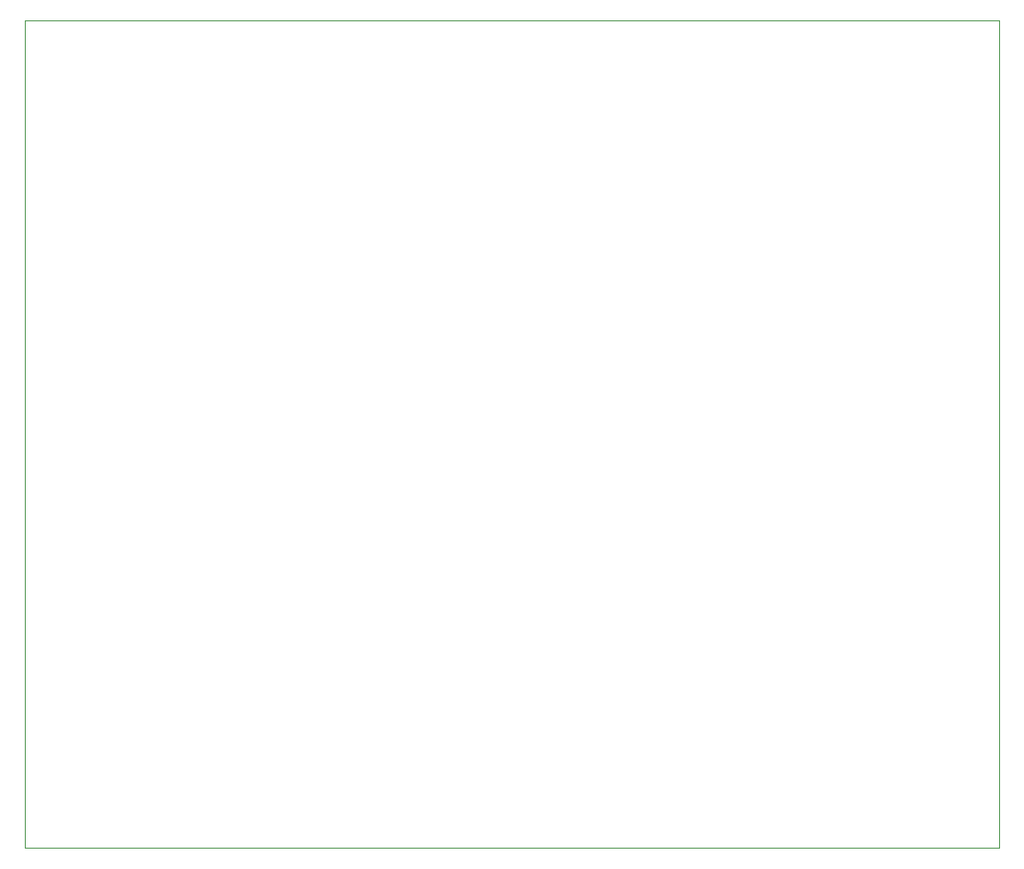
<source format=gbr>
%TF.GenerationSoftware,KiCad,Pcbnew,(5.1.6)-1*%
%TF.CreationDate,2021-04-08T21:05:14-07:00*%
%TF.ProjectId,DJetECUTester,444a6574-4543-4555-9465-737465722e6b,rev?*%
%TF.SameCoordinates,Original*%
%TF.FileFunction,Profile,NP*%
%FSLAX46Y46*%
G04 Gerber Fmt 4.6, Leading zero omitted, Abs format (unit mm)*
G04 Created by KiCad (PCBNEW (5.1.6)-1) date 2021-04-08 21:05:14*
%MOMM*%
%LPD*%
G01*
G04 APERTURE LIST*
%TA.AperFunction,Profile*%
%ADD10C,0.050000*%
%TD*%
G04 APERTURE END LIST*
D10*
X267000000Y-55000000D02*
X257500000Y-55000000D01*
X267000000Y-134000000D02*
X267000000Y-55000000D01*
X266500000Y-134000000D02*
X267000000Y-134000000D01*
X265500000Y-134000000D02*
X266500000Y-134000000D01*
X257500000Y-134000000D02*
X265500000Y-134000000D01*
X233500000Y-55000000D02*
X174000000Y-55000000D01*
X174000000Y-134000000D02*
X174000000Y-55000000D01*
X257500000Y-134000000D02*
X174000000Y-134000000D01*
X233500000Y-55000000D02*
X257500000Y-55000000D01*
M02*

</source>
